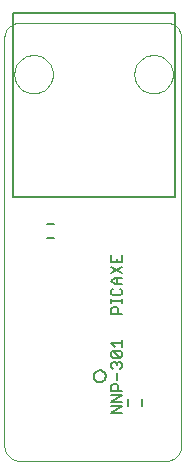
<source format=gto>
G75*
G70*
%OFA0B0*%
%FSLAX24Y24*%
%IPPOS*%
%LPD*%
%AMOC8*
5,1,8,0,0,1.08239X$1,22.5*
%
%ADD10C,0.0000*%
%ADD11C,0.0060*%
%ADD12C,0.0050*%
%ADD13C,0.0080*%
D10*
X000180Y000680D02*
X000180Y014274D01*
X000182Y014318D01*
X000188Y014361D01*
X000197Y014403D01*
X000210Y014445D01*
X000227Y014485D01*
X000247Y014524D01*
X000270Y014561D01*
X000297Y014595D01*
X000326Y014628D01*
X000359Y014657D01*
X000393Y014684D01*
X000430Y014707D01*
X000469Y014727D01*
X000509Y014744D01*
X000551Y014757D01*
X000593Y014766D01*
X000636Y014772D01*
X000680Y014774D01*
X005578Y014774D01*
X005578Y014775D02*
X005621Y014773D01*
X005665Y014767D01*
X005707Y014758D01*
X005749Y014745D01*
X005789Y014728D01*
X005828Y014707D01*
X005865Y014684D01*
X005900Y014657D01*
X005932Y014628D01*
X005961Y014595D01*
X005988Y014561D01*
X006011Y014524D01*
X006031Y014485D01*
X006048Y014445D01*
X006061Y014403D01*
X006071Y014360D01*
X006076Y014317D01*
X006078Y014273D01*
X006074Y000682D01*
X006072Y000638D01*
X006067Y000595D01*
X006057Y000552D01*
X006044Y000510D01*
X006028Y000470D01*
X006008Y000431D01*
X005984Y000394D01*
X005958Y000359D01*
X005928Y000327D01*
X005896Y000297D01*
X005861Y000271D01*
X005824Y000247D01*
X005786Y000227D01*
X005745Y000210D01*
X005704Y000197D01*
X005661Y000188D01*
X005618Y000182D01*
X005574Y000180D01*
X000680Y000180D01*
X000636Y000182D01*
X000593Y000188D01*
X000551Y000197D01*
X000509Y000210D01*
X000469Y000227D01*
X000430Y000247D01*
X000393Y000270D01*
X000359Y000297D01*
X000326Y000326D01*
X000297Y000359D01*
X000270Y000393D01*
X000247Y000430D01*
X000227Y000469D01*
X000210Y000509D01*
X000197Y000551D01*
X000188Y000593D01*
X000182Y000636D01*
X000180Y000680D01*
X000512Y013066D02*
X000514Y013116D01*
X000520Y013166D01*
X000530Y013215D01*
X000543Y013264D01*
X000561Y013311D01*
X000582Y013357D01*
X000606Y013400D01*
X000634Y013442D01*
X000665Y013482D01*
X000699Y013519D01*
X000736Y013553D01*
X000776Y013584D01*
X000818Y013612D01*
X000861Y013636D01*
X000907Y013657D01*
X000954Y013675D01*
X001003Y013688D01*
X001052Y013698D01*
X001102Y013704D01*
X001152Y013706D01*
X001202Y013704D01*
X001252Y013698D01*
X001301Y013688D01*
X001350Y013675D01*
X001397Y013657D01*
X001443Y013636D01*
X001486Y013612D01*
X001528Y013584D01*
X001568Y013553D01*
X001605Y013519D01*
X001639Y013482D01*
X001670Y013442D01*
X001698Y013400D01*
X001722Y013357D01*
X001743Y013311D01*
X001761Y013264D01*
X001774Y013215D01*
X001784Y013166D01*
X001790Y013116D01*
X001792Y013066D01*
X001790Y013016D01*
X001784Y012966D01*
X001774Y012917D01*
X001761Y012868D01*
X001743Y012821D01*
X001722Y012775D01*
X001698Y012732D01*
X001670Y012690D01*
X001639Y012650D01*
X001605Y012613D01*
X001568Y012579D01*
X001528Y012548D01*
X001486Y012520D01*
X001443Y012496D01*
X001397Y012475D01*
X001350Y012457D01*
X001301Y012444D01*
X001252Y012434D01*
X001202Y012428D01*
X001152Y012426D01*
X001102Y012428D01*
X001052Y012434D01*
X001003Y012444D01*
X000954Y012457D01*
X000907Y012475D01*
X000861Y012496D01*
X000818Y012520D01*
X000776Y012548D01*
X000736Y012579D01*
X000699Y012613D01*
X000665Y012650D01*
X000634Y012690D01*
X000606Y012732D01*
X000582Y012775D01*
X000561Y012821D01*
X000543Y012868D01*
X000530Y012917D01*
X000520Y012966D01*
X000514Y013016D01*
X000512Y013066D01*
X004512Y013066D02*
X004514Y013116D01*
X004520Y013166D01*
X004530Y013215D01*
X004543Y013264D01*
X004561Y013311D01*
X004582Y013357D01*
X004606Y013400D01*
X004634Y013442D01*
X004665Y013482D01*
X004699Y013519D01*
X004736Y013553D01*
X004776Y013584D01*
X004818Y013612D01*
X004861Y013636D01*
X004907Y013657D01*
X004954Y013675D01*
X005003Y013688D01*
X005052Y013698D01*
X005102Y013704D01*
X005152Y013706D01*
X005202Y013704D01*
X005252Y013698D01*
X005301Y013688D01*
X005350Y013675D01*
X005397Y013657D01*
X005443Y013636D01*
X005486Y013612D01*
X005528Y013584D01*
X005568Y013553D01*
X005605Y013519D01*
X005639Y013482D01*
X005670Y013442D01*
X005698Y013400D01*
X005722Y013357D01*
X005743Y013311D01*
X005761Y013264D01*
X005774Y013215D01*
X005784Y013166D01*
X005790Y013116D01*
X005792Y013066D01*
X005790Y013016D01*
X005784Y012966D01*
X005774Y012917D01*
X005761Y012868D01*
X005743Y012821D01*
X005722Y012775D01*
X005698Y012732D01*
X005670Y012690D01*
X005639Y012650D01*
X005605Y012613D01*
X005568Y012579D01*
X005528Y012548D01*
X005486Y012520D01*
X005443Y012496D01*
X005397Y012475D01*
X005350Y012457D01*
X005301Y012444D01*
X005252Y012434D01*
X005202Y012428D01*
X005152Y012426D01*
X005102Y012428D01*
X005052Y012434D01*
X005003Y012444D01*
X004954Y012457D01*
X004907Y012475D01*
X004861Y012496D01*
X004818Y012520D01*
X004776Y012548D01*
X004736Y012579D01*
X004699Y012613D01*
X004665Y012650D01*
X004634Y012690D01*
X004606Y012732D01*
X004582Y012775D01*
X004561Y012821D01*
X004543Y012868D01*
X004530Y012917D01*
X004520Y012966D01*
X004514Y013016D01*
X004512Y013066D01*
D11*
X004087Y007024D02*
X004087Y006797D01*
X003747Y006797D01*
X003747Y007024D01*
X003747Y006655D02*
X004087Y006429D01*
X004087Y006287D02*
X003860Y006287D01*
X003747Y006174D01*
X003860Y006060D01*
X004087Y006060D01*
X004030Y005919D02*
X004087Y005862D01*
X004087Y005749D01*
X004030Y005692D01*
X003803Y005692D01*
X003747Y005749D01*
X003747Y005862D01*
X003803Y005919D01*
X003917Y006060D02*
X003917Y006287D01*
X003747Y006429D02*
X004087Y006655D01*
X003917Y006797D02*
X003917Y006910D01*
X004087Y005560D02*
X004087Y005446D01*
X004087Y005503D02*
X003747Y005503D01*
X003747Y005446D02*
X003747Y005560D01*
X003803Y005305D02*
X003917Y005305D01*
X003974Y005248D01*
X003974Y005078D01*
X004087Y005078D02*
X003747Y005078D01*
X003747Y005248D01*
X003803Y005305D01*
X004087Y004215D02*
X004087Y003988D01*
X004087Y004102D02*
X003747Y004102D01*
X003860Y003988D01*
X003803Y003847D02*
X004030Y003620D01*
X004087Y003677D01*
X004087Y003790D01*
X004030Y003847D01*
X003803Y003847D01*
X003747Y003790D01*
X003747Y003677D01*
X003803Y003620D01*
X004030Y003620D01*
X004030Y003479D02*
X003974Y003479D01*
X003917Y003422D01*
X003917Y003365D01*
X003917Y003422D02*
X003860Y003479D01*
X003803Y003479D01*
X003747Y003422D01*
X003747Y003308D01*
X003803Y003252D01*
X003917Y003110D02*
X003917Y002883D01*
X003917Y002742D02*
X003974Y002685D01*
X003974Y002515D01*
X003917Y002742D02*
X003803Y002742D01*
X003747Y002685D01*
X003747Y002515D01*
X004087Y002515D01*
X004087Y002374D02*
X003747Y002374D01*
X003747Y002147D02*
X004087Y002374D01*
X004087Y002147D02*
X003747Y002147D01*
X003747Y002005D02*
X004087Y002005D01*
X003747Y001779D01*
X004087Y001779D01*
X004306Y001999D02*
X004306Y002235D01*
X004030Y003252D02*
X004087Y003308D01*
X004087Y003422D01*
X004030Y003479D01*
X004778Y002235D02*
X004778Y001999D01*
X001830Y007605D02*
X001593Y007605D01*
X001593Y008078D02*
X001830Y008078D01*
D12*
X003164Y002999D02*
X003166Y003026D01*
X003172Y003053D01*
X003181Y003079D01*
X003194Y003103D01*
X003210Y003126D01*
X003229Y003145D01*
X003251Y003162D01*
X003275Y003176D01*
X003300Y003186D01*
X003327Y003193D01*
X003354Y003196D01*
X003382Y003195D01*
X003409Y003190D01*
X003435Y003182D01*
X003459Y003170D01*
X003482Y003154D01*
X003503Y003136D01*
X003520Y003115D01*
X003535Y003091D01*
X003546Y003066D01*
X003554Y003040D01*
X003558Y003013D01*
X003558Y002985D01*
X003554Y002958D01*
X003546Y002932D01*
X003535Y002907D01*
X003520Y002883D01*
X003503Y002862D01*
X003482Y002844D01*
X003460Y002828D01*
X003435Y002816D01*
X003409Y002808D01*
X003382Y002803D01*
X003354Y002802D01*
X003327Y002805D01*
X003300Y002812D01*
X003275Y002822D01*
X003251Y002836D01*
X003229Y002853D01*
X003210Y002872D01*
X003194Y002895D01*
X003181Y002919D01*
X003172Y002945D01*
X003166Y002972D01*
X003164Y002999D01*
D13*
X005852Y008966D02*
X000452Y008966D01*
X000452Y015116D01*
X005852Y015116D01*
X005852Y008966D01*
M02*

</source>
